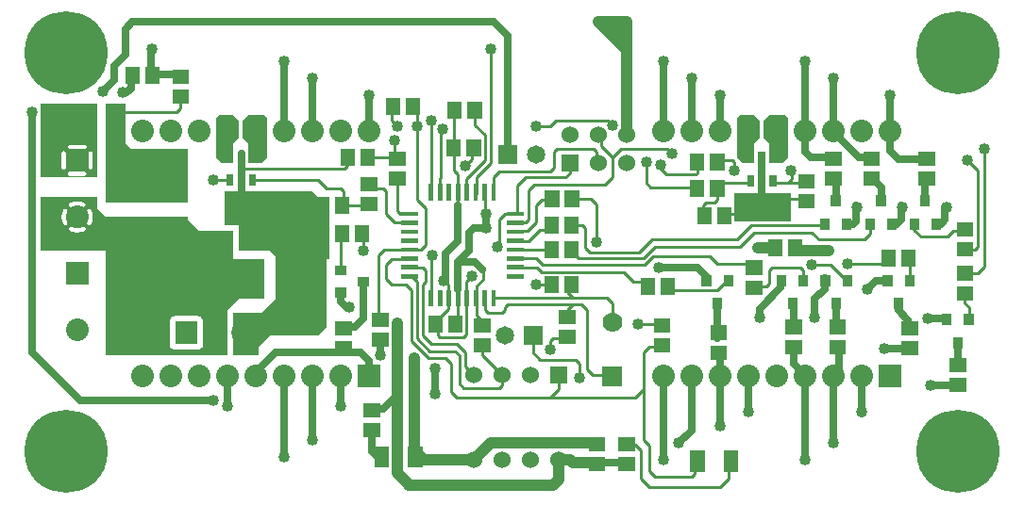
<source format=gbr>
G04 start of page 2 for group 0 idx 0 *
G04 Title: (unknown), component *
G04 Creator: pcb 20110918 *
G04 CreationDate: Tue 05 Feb 2013 03:16:39 AM GMT UTC *
G04 For: railfan *
G04 Format: Gerber/RS-274X *
G04 PCB-Dimensions: 350000 175000 *
G04 PCB-Coordinate-Origin: lower left *
%MOIN*%
%FSLAX25Y25*%
%LNTOP*%
%ADD33C,0.0380*%
%ADD32C,0.0430*%
%ADD31C,0.0280*%
%ADD30C,0.0450*%
%ADD29C,0.0480*%
%ADD28C,0.1285*%
%ADD27C,0.0200*%
%ADD26R,0.0157X0.0157*%
%ADD25R,0.0360X0.0360*%
%ADD24R,0.0630X0.0630*%
%ADD23R,0.0240X0.0240*%
%ADD22R,0.0340X0.0340*%
%ADD21R,0.0512X0.0512*%
%ADD20C,0.0650*%
%ADD19C,0.0600*%
%ADD18C,0.0700*%
%ADD17C,0.0787*%
%ADD16C,0.0800*%
%ADD15C,0.2937*%
%ADD14C,0.0400*%
%ADD13C,0.0100*%
%ADD12C,0.0250*%
%ADD11C,0.0001*%
G54D11*G36*
X260000Y119000D02*X256000D01*
X254000Y121000D01*
Y135000D01*
X255000Y136000D01*
X260000D01*
X262000Y134000D01*
Y128000D01*
X260000Y126000D01*
Y119000D01*
G37*
G36*
X265500D02*Y126000D01*
X263500Y128000D01*
Y134000D01*
X265500Y136000D01*
X271000D01*
X272000Y135000D01*
Y121000D01*
X270000Y119000D01*
X265500D01*
G37*
G36*
X261500Y123000D02*X264000D01*
Y107500D01*
X261500D01*
Y123000D01*
G37*
G36*
X253000Y108500D02*X273000D01*
Y103500D01*
X253000D01*
Y108500D01*
G37*
G36*
Y103500D02*X273000D01*
Y98500D01*
X253000D01*
Y103500D01*
G37*
G36*
Y106000D02*X273000D01*
Y101000D01*
X253000D01*
Y106000D01*
G37*
G36*
X25750Y140000D02*X28000D01*
Y114000D01*
X25750D01*
Y116748D01*
X25868Y116757D01*
X25982Y116785D01*
X26092Y116830D01*
X26192Y116891D01*
X26282Y116968D01*
X26359Y117058D01*
X26420Y117158D01*
X26465Y117268D01*
X26493Y117382D01*
X26500Y117500D01*
Y122500D01*
X26493Y122618D01*
X26465Y122732D01*
X26420Y122842D01*
X26359Y122942D01*
X26282Y123032D01*
X26192Y123109D01*
X26092Y123170D01*
X25982Y123215D01*
X25868Y123243D01*
X25750Y123252D01*
Y140000D01*
G37*
G36*
X22500D02*X25750D01*
Y123252D01*
X25632Y123243D01*
X25518Y123215D01*
X25408Y123170D01*
X25308Y123109D01*
X25218Y123032D01*
X25141Y122942D01*
X25080Y122842D01*
X25035Y122732D01*
X25007Y122618D01*
X25000Y122500D01*
Y117500D01*
X25007Y117382D01*
X25035Y117268D01*
X25080Y117158D01*
X25141Y117058D01*
X25218Y116968D01*
X25308Y116891D01*
X25408Y116830D01*
X25518Y116785D01*
X25632Y116757D01*
X25750Y116748D01*
Y114000D01*
X22500D01*
Y114500D01*
X23500D01*
X23618Y114507D01*
X23732Y114535D01*
X23842Y114580D01*
X23942Y114641D01*
X24032Y114718D01*
X24109Y114808D01*
X24170Y114908D01*
X24215Y115018D01*
X24243Y115132D01*
X24252Y115250D01*
X24243Y115368D01*
X24215Y115482D01*
X24170Y115592D01*
X24109Y115692D01*
X24032Y115782D01*
X23942Y115859D01*
X23842Y115920D01*
X23732Y115965D01*
X23618Y115993D01*
X23500Y116000D01*
X22500D01*
Y124000D01*
X23500D01*
X23618Y124007D01*
X23732Y124035D01*
X23842Y124080D01*
X23942Y124141D01*
X24032Y124218D01*
X24109Y124308D01*
X24170Y124408D01*
X24215Y124518D01*
X24243Y124632D01*
X24252Y124750D01*
X24243Y124868D01*
X24215Y124982D01*
X24170Y125092D01*
X24109Y125192D01*
X24032Y125282D01*
X23942Y125359D01*
X23842Y125420D01*
X23732Y125465D01*
X23618Y125493D01*
X23500Y125500D01*
X22500D01*
Y132604D01*
X24457Y132609D01*
X24610Y132646D01*
X24755Y132706D01*
X24890Y132788D01*
X25009Y132891D01*
X25112Y133010D01*
X25194Y133145D01*
X25254Y133290D01*
X25291Y133443D01*
X25300Y133600D01*
X25291Y138557D01*
X25254Y138710D01*
X25194Y138855D01*
X25112Y138990D01*
X25009Y139109D01*
X24890Y139212D01*
X24755Y139294D01*
X24610Y139354D01*
X24457Y139391D01*
X24300Y139400D01*
X22500Y139396D01*
Y140000D01*
G37*
G36*
X16250D02*X22500D01*
Y139396D01*
X20543Y139391D01*
X20390Y139354D01*
X20245Y139294D01*
X20110Y139212D01*
X19991Y139109D01*
X19888Y138990D01*
X19806Y138855D01*
X19746Y138710D01*
X19709Y138557D01*
X19700Y138400D01*
X19709Y133443D01*
X19746Y133290D01*
X19806Y133145D01*
X19888Y133010D01*
X19991Y132891D01*
X20110Y132788D01*
X20245Y132706D01*
X20390Y132646D01*
X20543Y132609D01*
X20700Y132600D01*
X22500Y132604D01*
Y125500D01*
X18500D01*
X18382Y125493D01*
X18268Y125465D01*
X18158Y125420D01*
X18058Y125359D01*
X17968Y125282D01*
X17891Y125192D01*
X17830Y125092D01*
X17785Y124982D01*
X17757Y124868D01*
X17748Y124750D01*
X17757Y124632D01*
X17785Y124518D01*
X17830Y124408D01*
X17891Y124308D01*
X17968Y124218D01*
X18058Y124141D01*
X18158Y124080D01*
X18268Y124035D01*
X18382Y124007D01*
X18500Y124000D01*
X22500D01*
Y116000D01*
X18500D01*
X18382Y115993D01*
X18268Y115965D01*
X18158Y115920D01*
X18058Y115859D01*
X17968Y115782D01*
X17891Y115692D01*
X17830Y115592D01*
X17785Y115482D01*
X17757Y115368D01*
X17748Y115250D01*
X17757Y115132D01*
X17785Y115018D01*
X17830Y114908D01*
X17891Y114808D01*
X17968Y114718D01*
X18058Y114641D01*
X18158Y114580D01*
X18268Y114535D01*
X18382Y114507D01*
X18500Y114500D01*
X22500D01*
Y114000D01*
X16250D01*
Y116748D01*
X16368Y116757D01*
X16482Y116785D01*
X16592Y116830D01*
X16692Y116891D01*
X16782Y116968D01*
X16859Y117058D01*
X16920Y117158D01*
X16965Y117268D01*
X16993Y117382D01*
X17000Y117500D01*
Y122500D01*
X16993Y122618D01*
X16965Y122732D01*
X16920Y122842D01*
X16859Y122942D01*
X16782Y123032D01*
X16692Y123109D01*
X16592Y123170D01*
X16482Y123215D01*
X16368Y123243D01*
X16250Y123252D01*
Y140000D01*
G37*
G36*
X8000D02*X16250D01*
Y123252D01*
X16132Y123243D01*
X16018Y123215D01*
X15908Y123170D01*
X15808Y123109D01*
X15718Y123032D01*
X15641Y122942D01*
X15580Y122842D01*
X15535Y122732D01*
X15507Y122618D01*
X15500Y122500D01*
Y117500D01*
X15507Y117382D01*
X15535Y117268D01*
X15580Y117158D01*
X15641Y117058D01*
X15718Y116968D01*
X15808Y116891D01*
X15908Y116830D01*
X16018Y116785D01*
X16132Y116757D01*
X16250Y116748D01*
Y114000D01*
X8000D01*
Y140000D01*
G37*
G36*
X17000D02*X28000D01*
Y128000D01*
X17000D01*
Y140000D01*
G37*
G36*
X32000Y124000D02*X60000D01*
Y105000D01*
X32000D01*
Y124000D01*
G37*
G36*
X35000Y126000D02*X38000D01*
X40000Y124000D01*
Y121000D01*
X37833D01*
X37681Y121366D01*
X37435Y121769D01*
X37128Y122128D01*
X36769Y122435D01*
X36366Y122681D01*
X35930Y122862D01*
X35471Y122972D01*
X35000Y123009D01*
Y126000D01*
G37*
G36*
X25493Y107000D02*X28000D01*
Y88000D01*
X25493D01*
Y97145D01*
X25578Y97181D01*
X25679Y97243D01*
X25769Y97319D01*
X25845Y97409D01*
X25905Y97511D01*
X26122Y97980D01*
X26289Y98469D01*
X26409Y98972D01*
X26482Y99484D01*
X26506Y100000D01*
X26482Y100516D01*
X26409Y101028D01*
X26289Y101531D01*
X26122Y102020D01*
X25910Y102492D01*
X25849Y102593D01*
X25772Y102684D01*
X25682Y102761D01*
X25580Y102823D01*
X25493Y102860D01*
Y107000D01*
G37*
G36*
X21002D02*X25493D01*
Y102860D01*
X25471Y102869D01*
X25355Y102897D01*
X25237Y102906D01*
X25119Y102897D01*
X25003Y102870D01*
X24893Y102824D01*
X24792Y102762D01*
X24702Y102686D01*
X24624Y102595D01*
X24562Y102494D01*
X24516Y102385D01*
X24489Y102269D01*
X24479Y102151D01*
X24488Y102032D01*
X24516Y101917D01*
X24563Y101808D01*
X24721Y101468D01*
X24842Y101112D01*
X24930Y100747D01*
X24982Y100375D01*
X25000Y100000D01*
X24982Y99625D01*
X24930Y99253D01*
X24842Y98888D01*
X24721Y98532D01*
X24567Y98190D01*
X24520Y98082D01*
X24493Y97967D01*
X24483Y97849D01*
X24493Y97732D01*
X24521Y97617D01*
X24566Y97508D01*
X24628Y97407D01*
X24705Y97318D01*
X24795Y97241D01*
X24895Y97180D01*
X25004Y97135D01*
X25119Y97107D01*
X25237Y97098D01*
X25355Y97108D01*
X25469Y97135D01*
X25493Y97145D01*
Y88000D01*
X21002D01*
Y94494D01*
X21516Y94518D01*
X22028Y94591D01*
X22531Y94711D01*
X23020Y94878D01*
X23492Y95090D01*
X23593Y95151D01*
X23684Y95228D01*
X23761Y95318D01*
X23823Y95420D01*
X23869Y95529D01*
X23897Y95645D01*
X23906Y95763D01*
X23897Y95881D01*
X23870Y95997D01*
X23824Y96107D01*
X23762Y96208D01*
X23686Y96298D01*
X23595Y96376D01*
X23494Y96438D01*
X23385Y96484D01*
X23269Y96511D01*
X23151Y96521D01*
X23032Y96512D01*
X22917Y96484D01*
X22808Y96437D01*
X22468Y96279D01*
X22112Y96158D01*
X21747Y96070D01*
X21375Y96018D01*
X21002Y96000D01*
Y104000D01*
X21375Y103982D01*
X21747Y103930D01*
X22112Y103842D01*
X22468Y103721D01*
X22810Y103567D01*
X22918Y103520D01*
X23033Y103493D01*
X23151Y103483D01*
X23268Y103493D01*
X23383Y103521D01*
X23492Y103566D01*
X23593Y103628D01*
X23682Y103705D01*
X23759Y103795D01*
X23820Y103895D01*
X23865Y104004D01*
X23893Y104119D01*
X23902Y104237D01*
X23892Y104355D01*
X23865Y104469D01*
X23819Y104578D01*
X23757Y104679D01*
X23681Y104769D01*
X23591Y104845D01*
X23489Y104905D01*
X23020Y105122D01*
X22531Y105289D01*
X22028Y105409D01*
X21516Y105482D01*
X21002Y105506D01*
Y107000D01*
G37*
G36*
X16507D02*X21002D01*
Y105506D01*
X21000Y105506D01*
X20484Y105482D01*
X19972Y105409D01*
X19469Y105289D01*
X18980Y105122D01*
X18508Y104910D01*
X18407Y104849D01*
X18316Y104772D01*
X18239Y104682D01*
X18177Y104580D01*
X18131Y104471D01*
X18103Y104355D01*
X18094Y104237D01*
X18103Y104119D01*
X18130Y104003D01*
X18176Y103893D01*
X18238Y103792D01*
X18314Y103702D01*
X18405Y103624D01*
X18506Y103562D01*
X18615Y103516D01*
X18731Y103489D01*
X18849Y103479D01*
X18968Y103488D01*
X19083Y103516D01*
X19192Y103563D01*
X19532Y103721D01*
X19888Y103842D01*
X20253Y103930D01*
X20625Y103982D01*
X21000Y104000D01*
X21002Y104000D01*
Y96000D01*
X21000Y96000D01*
X20625Y96018D01*
X20253Y96070D01*
X19888Y96158D01*
X19532Y96279D01*
X19190Y96433D01*
X19082Y96480D01*
X18967Y96507D01*
X18849Y96517D01*
X18732Y96507D01*
X18617Y96479D01*
X18508Y96434D01*
X18407Y96372D01*
X18318Y96295D01*
X18241Y96205D01*
X18180Y96105D01*
X18135Y95996D01*
X18107Y95881D01*
X18098Y95763D01*
X18108Y95645D01*
X18135Y95531D01*
X18181Y95422D01*
X18243Y95321D01*
X18319Y95231D01*
X18409Y95155D01*
X18511Y95095D01*
X18980Y94878D01*
X19469Y94711D01*
X19972Y94591D01*
X20484Y94518D01*
X21000Y94494D01*
X21002Y94494D01*
Y88000D01*
X16507D01*
Y97140D01*
X16529Y97131D01*
X16645Y97103D01*
X16763Y97094D01*
X16881Y97103D01*
X16997Y97130D01*
X17107Y97176D01*
X17208Y97238D01*
X17298Y97314D01*
X17376Y97405D01*
X17438Y97506D01*
X17484Y97615D01*
X17511Y97731D01*
X17521Y97849D01*
X17512Y97968D01*
X17484Y98083D01*
X17437Y98192D01*
X17279Y98532D01*
X17158Y98888D01*
X17070Y99253D01*
X17018Y99625D01*
X17000Y100000D01*
X17018Y100375D01*
X17070Y100747D01*
X17158Y101112D01*
X17279Y101468D01*
X17433Y101810D01*
X17480Y101918D01*
X17507Y102033D01*
X17517Y102151D01*
X17507Y102268D01*
X17479Y102383D01*
X17434Y102492D01*
X17372Y102593D01*
X17295Y102682D01*
X17205Y102759D01*
X17105Y102820D01*
X16996Y102865D01*
X16881Y102893D01*
X16763Y102902D01*
X16645Y102892D01*
X16531Y102865D01*
X16507Y102855D01*
Y107000D01*
G37*
G36*
X8000D02*X16507D01*
Y102855D01*
X16422Y102819D01*
X16321Y102757D01*
X16231Y102681D01*
X16155Y102591D01*
X16095Y102489D01*
X15878Y102020D01*
X15711Y101531D01*
X15591Y101028D01*
X15518Y100516D01*
X15494Y100000D01*
X15518Y99484D01*
X15591Y98972D01*
X15711Y98469D01*
X15878Y97980D01*
X16090Y97508D01*
X16151Y97407D01*
X16228Y97316D01*
X16318Y97239D01*
X16420Y97177D01*
X16507Y97140D01*
Y88000D01*
X8000D01*
Y107000D01*
G37*
G36*
X31000Y100000D02*Y95000D01*
X25493D01*
Y97145D01*
X25578Y97181D01*
X25679Y97243D01*
X25769Y97319D01*
X25845Y97409D01*
X25905Y97511D01*
X26122Y97980D01*
X26289Y98469D01*
X26409Y98972D01*
X26482Y99484D01*
X26506Y100000D01*
X26482Y100516D01*
X26409Y101028D01*
X26289Y101531D01*
X26122Y102020D01*
X25910Y102492D01*
X25849Y102593D01*
X25772Y102684D01*
X25682Y102761D01*
X25580Y102823D01*
X25493Y102860D01*
Y103000D01*
X28000D01*
X31000Y100000D01*
G37*
G36*
X25493Y95000D02*X24000D01*
Y103000D01*
X25493D01*
Y102860D01*
X25471Y102869D01*
X25355Y102897D01*
X25237Y102906D01*
X25119Y102897D01*
X25003Y102870D01*
X24893Y102824D01*
X24792Y102762D01*
X24702Y102686D01*
X24624Y102595D01*
X24562Y102494D01*
X24516Y102385D01*
X24489Y102269D01*
X24479Y102151D01*
X24488Y102032D01*
X24516Y101917D01*
X24563Y101808D01*
X24721Y101468D01*
X24842Y101112D01*
X24930Y100747D01*
X24982Y100375D01*
X25000Y100000D01*
X24982Y99625D01*
X24930Y99253D01*
X24842Y98888D01*
X24721Y98532D01*
X24567Y98190D01*
X24520Y98082D01*
X24493Y97967D01*
X24483Y97849D01*
X24493Y97732D01*
X24521Y97617D01*
X24566Y97508D01*
X24628Y97407D01*
X24705Y97318D01*
X24795Y97241D01*
X24895Y97180D01*
X25004Y97135D01*
X25119Y97107D01*
X25237Y97098D01*
X25355Y97108D01*
X25469Y97135D01*
X25493Y97145D01*
Y95000D01*
G37*
G36*
X31000Y140000D02*X38000D01*
Y105000D01*
X31000D01*
Y140000D01*
G37*
G36*
X21002Y100000D02*X25000D01*
X24982Y99625D01*
X24930Y99253D01*
X24842Y98888D01*
X24721Y98532D01*
X24567Y98190D01*
X24520Y98082D01*
X24493Y97967D01*
X24483Y97849D01*
X24493Y97732D01*
X24521Y97617D01*
X24566Y97508D01*
X24628Y97407D01*
X24705Y97318D01*
X24795Y97241D01*
X24895Y97180D01*
X25004Y97135D01*
X25119Y97107D01*
X25237Y97098D01*
X25355Y97108D01*
X25469Y97135D01*
X25578Y97181D01*
X25679Y97243D01*
X25769Y97319D01*
X25845Y97409D01*
X25905Y97511D01*
X26122Y97980D01*
X26289Y98469D01*
X26409Y98972D01*
X26482Y99484D01*
X26506Y100000D01*
X50451D01*
X50419Y99922D01*
X50364Y99692D01*
X50350Y99457D01*
X50362Y88000D01*
X21002D01*
Y94494D01*
X21516Y94518D01*
X22028Y94591D01*
X22531Y94711D01*
X23020Y94878D01*
X23492Y95090D01*
X23593Y95151D01*
X23684Y95228D01*
X23761Y95318D01*
X23823Y95420D01*
X23869Y95529D01*
X23897Y95645D01*
X23906Y95763D01*
X23897Y95881D01*
X23870Y95997D01*
X23824Y96107D01*
X23762Y96208D01*
X23686Y96298D01*
X23595Y96376D01*
X23494Y96438D01*
X23385Y96484D01*
X23269Y96511D01*
X23151Y96521D01*
X23032Y96512D01*
X22917Y96484D01*
X22808Y96437D01*
X22468Y96279D01*
X22112Y96158D01*
X21747Y96070D01*
X21375Y96018D01*
X21002Y96000D01*
Y100000D01*
G37*
G36*
X14000D02*X15494D01*
X15518Y99484D01*
X15591Y98972D01*
X15711Y98469D01*
X15878Y97980D01*
X16090Y97508D01*
X16151Y97407D01*
X16228Y97316D01*
X16318Y97239D01*
X16420Y97177D01*
X16529Y97131D01*
X16645Y97103D01*
X16763Y97094D01*
X16881Y97103D01*
X16997Y97130D01*
X17107Y97176D01*
X17208Y97238D01*
X17298Y97314D01*
X17376Y97405D01*
X17438Y97506D01*
X17484Y97615D01*
X17511Y97731D01*
X17521Y97849D01*
X17512Y97968D01*
X17484Y98083D01*
X17437Y98192D01*
X17279Y98532D01*
X17158Y98888D01*
X17070Y99253D01*
X17018Y99625D01*
X17000Y100000D01*
X21002D01*
Y96000D01*
X21000Y96000D01*
X20625Y96018D01*
X20253Y96070D01*
X19888Y96158D01*
X19532Y96279D01*
X19190Y96433D01*
X19082Y96480D01*
X18967Y96507D01*
X18849Y96517D01*
X18732Y96507D01*
X18617Y96479D01*
X18508Y96434D01*
X18407Y96372D01*
X18318Y96295D01*
X18241Y96205D01*
X18180Y96105D01*
X18135Y95996D01*
X18107Y95881D01*
X18098Y95763D01*
X18108Y95645D01*
X18135Y95531D01*
X18181Y95422D01*
X18243Y95321D01*
X18319Y95231D01*
X18409Y95155D01*
X18511Y95095D01*
X18980Y94878D01*
X19469Y94711D01*
X19972Y94591D01*
X20484Y94518D01*
X21000Y94494D01*
X21002Y94494D01*
Y88000D01*
X14000D01*
Y100000D01*
G37*
G36*
X31000D02*X60000D01*
Y65000D01*
X31000D01*
Y100000D01*
G37*
G36*
X59500Y84000D02*X71882D01*
X71529Y83972D01*
X71070Y83862D01*
X70634Y83681D01*
X70231Y83435D01*
X69872Y83128D01*
X69565Y82769D01*
X69319Y82366D01*
X69138Y81930D01*
X69028Y81471D01*
X68991Y81000D01*
X69028Y80529D01*
X69138Y80070D01*
X69319Y79634D01*
X69565Y79231D01*
X69872Y78872D01*
X70231Y78565D01*
X70634Y78319D01*
X71070Y78138D01*
X71529Y78028D01*
X71882Y78000D01*
X71529Y77972D01*
X71070Y77862D01*
X70634Y77681D01*
X70231Y77435D01*
X69872Y77128D01*
X69565Y76769D01*
X69319Y76366D01*
X69138Y75930D01*
X69028Y75471D01*
X68991Y75000D01*
X69028Y74529D01*
X69138Y74070D01*
X69319Y73634D01*
X69565Y73231D01*
X69872Y72872D01*
X70231Y72565D01*
X70634Y72319D01*
X71070Y72138D01*
X71529Y72028D01*
X72000Y71991D01*
X72471Y72028D01*
X72930Y72138D01*
X73366Y72319D01*
X73769Y72565D01*
X74000Y72763D01*
Y51000D01*
X59500D01*
Y53072D01*
X63751Y53082D01*
X64057Y53155D01*
X64348Y53275D01*
X64616Y53440D01*
X64856Y53644D01*
X65060Y53884D01*
X65225Y54152D01*
X65345Y54443D01*
X65418Y54749D01*
X65437Y55063D01*
X65418Y63251D01*
X65345Y63557D01*
X65225Y63848D01*
X65060Y64116D01*
X64856Y64356D01*
X64616Y64560D01*
X64348Y64725D01*
X64057Y64845D01*
X63751Y64918D01*
X63437Y64937D01*
X59500Y64928D01*
Y84000D01*
G37*
G36*
X31000D02*X59500D01*
Y64928D01*
X55249Y64918D01*
X54943Y64845D01*
X54652Y64725D01*
X54384Y64560D01*
X54144Y64356D01*
X53940Y64116D01*
X53775Y63848D01*
X53655Y63557D01*
X53582Y63251D01*
X53563Y62937D01*
X53582Y54749D01*
X53655Y54443D01*
X53775Y54152D01*
X53940Y53884D01*
X54144Y53644D01*
X54384Y53440D01*
X54652Y53275D01*
X54943Y53155D01*
X55249Y53082D01*
X55563Y53063D01*
X59500Y53072D01*
Y51000D01*
X31000D01*
Y84000D01*
G37*
G36*
X59637Y99000D02*X60000D01*
X64000Y95000D01*
Y92000D01*
X59644D01*
X59637Y99000D01*
G37*
G36*
X55000Y95000D02*X76000D01*
Y76000D01*
X55000D01*
Y95000D01*
G37*
G36*
X31000Y51000D02*Y66000D01*
X43000D01*
Y51000D01*
X31000D01*
G37*
G36*
X59000Y85000D02*X87000D01*
Y71000D01*
X59000D01*
Y85000D01*
G37*
G36*
X77000Y54000D02*X76000D01*
Y66000D01*
X86000D01*
X91000Y71000D01*
Y86000D01*
X89000Y88000D01*
X79000D01*
X78000Y89000D01*
Y97000D01*
X77000Y98000D01*
X73000D01*
Y109000D01*
X104000D01*
X109000Y104000D01*
Y61000D01*
X106000Y58000D01*
X89000D01*
X85000Y54000D01*
X77000D01*
G37*
G36*
X73000Y109000D02*X98000D01*
Y97000D01*
X73000D01*
Y109000D01*
G37*
G36*
X78000Y96000D02*X88000D01*
Y88000D01*
X78000D01*
Y96000D01*
G37*
G36*
X101000Y107000D02*X110000D01*
Y98000D01*
X101000D01*
Y107000D01*
G37*
G36*
X81500Y119000D02*Y126000D01*
X79500Y128000D01*
Y134000D01*
X81500Y136000D01*
X87000D01*
X88000Y135000D01*
Y121000D01*
X86000Y119000D01*
X81500D01*
G37*
G36*
X76000D02*X72000D01*
X70000Y121000D01*
Y135000D01*
X71000Y136000D01*
X76000D01*
X78000Y134000D01*
Y128000D01*
X76000Y126000D01*
Y119000D01*
G37*
G36*
X101000Y100000D02*X110000D01*
Y91000D01*
X101000D01*
Y100000D01*
G37*
G36*
Y94000D02*X110000D01*
Y85000D01*
X101000D01*
Y94000D01*
G37*
G36*
X74833Y74000D02*X75167D01*
X75319Y73634D01*
X75565Y73231D01*
X75872Y72872D01*
X76231Y72565D01*
X76634Y72319D01*
X77070Y72138D01*
X77529Y72028D01*
X78000Y71991D01*
Y71000D01*
X74000Y67000D01*
X71000D01*
Y72167D01*
X71070Y72138D01*
X71529Y72028D01*
X72000Y71991D01*
X72471Y72028D01*
X72930Y72138D01*
X73366Y72319D01*
X73769Y72565D01*
X74128Y72872D01*
X74435Y73231D01*
X74681Y73634D01*
X74833Y74000D01*
G37*
G36*
X92000Y58000D02*Y66500D01*
X109000D01*
Y61000D01*
X106000Y58000D01*
X92000D01*
G37*
G36*
X76000Y66000D02*X85000D01*
Y51000D01*
X76000D01*
Y66000D01*
G37*
G54D12*X94000Y44000D02*Y15000D01*
X104000Y44000D02*Y21000D01*
X84000Y44000D02*Y45000D01*
X91000Y52000D01*
X74000Y33000D02*Y44000D01*
X69000Y35000D02*X22000D01*
X114000Y44000D02*Y33000D01*
X91000Y52000D02*X121000D01*
X124000Y49000D01*
Y44000D01*
X115000Y61000D02*X119000D01*
X122000Y64000D01*
X124000Y32000D02*X129000D01*
X128000Y51000D02*Y57000D01*
X128500Y15000D02*X127000D01*
X125000Y17000D01*
Y24500D01*
X22000Y35000D02*X5000Y52000D01*
Y136500D01*
X37000Y144000D02*X38500D01*
X40000Y145500D01*
X30000Y144500D02*X34000Y148500D01*
Y153500D01*
X40000Y145500D02*Y150000D01*
X39500Y150500D01*
X47000D02*X58000D01*
X34000Y153500D02*X38000Y157500D01*
G54D13*X34500Y137000D02*X53000D01*
X51500D02*X56000D01*
X57500Y138500D01*
Y144000D01*
G54D12*X155500Y74500D02*Y84000D01*
G54D13*X150500Y77500D02*X152000Y76000D01*
Y70500D01*
X158500Y75500D02*Y77000D01*
X160500Y79000D01*
X155500Y75000D02*Y61500D01*
X152000Y69500D02*Y67500D01*
X148000Y63500D01*
X157500Y57500D02*X149000D01*
X148500Y58000D01*
Y61500D01*
G54D12*X155500Y84000D02*X161500D01*
X164000Y81500D01*
G54D13*X164500Y81000D02*X163500Y82000D01*
X146000Y70500D02*Y86000D01*
X146500Y86500D01*
X191000Y44000D02*Y40000D01*
X183000Y76000D02*X189000D01*
X183500Y82000D02*X185000Y80500D01*
X183000Y85500D02*X185500Y83000D01*
X182000Y58000D02*Y52000D01*
X184500Y49500D01*
X156000Y41000D02*X157500Y39500D01*
X145000Y50000D02*X151000D01*
X153000Y48000D02*Y38000D01*
X155000Y36000D01*
X153000Y43000D02*Y41000D01*
G54D12*X147500Y37000D02*Y46500D01*
G54D13*X145500Y52500D02*X154500D01*
X156000Y51000D01*
Y41000D01*
X151000Y50000D02*X153000Y48000D01*
X158000Y47000D02*Y52000D01*
X157500Y39500D02*X170000D01*
X155000Y36000D02*X188000D01*
X158000Y52000D02*X155000Y55000D01*
X164000Y54000D02*Y51000D01*
X155000Y55000D02*X146000D01*
X161000Y44000D02*X158000Y47000D01*
X164000Y51000D02*X171000Y44000D01*
G54D12*X151000Y77000D02*Y87000D01*
X155500Y84000D02*X159500Y88000D01*
Y94500D01*
X161000Y96000D01*
X165500D01*
G54D13*X162000Y70000D02*Y65000D01*
X158500Y69500D02*Y58500D01*
X157500Y57500D01*
X162000Y65000D02*X165000Y62000D01*
X158500Y70500D02*Y77000D01*
X162000Y69000D02*Y75500D01*
X164500Y78000D01*
Y81000D01*
G54D14*X140000Y50000D02*Y17500D01*
G54D13*X139000Y74000D02*X137000Y76000D01*
X132000D01*
X130000Y78000D01*
X143000Y76000D02*X144000Y77000D01*
Y81000D01*
X143000Y82000D01*
X141000Y77000D02*Y57000D01*
X143000Y58000D02*Y76000D01*
X141000Y57000D02*X145500Y52500D01*
X139000Y74000D02*Y56000D01*
X145000Y50000D01*
X146000Y55000D02*X143000Y58000D01*
G54D14*X134000Y9500D02*Y62500D01*
G54D12*X129000Y32000D02*X134000Y37000D01*
G54D14*X138000Y5000D02*X189000D01*
X138500D02*X134000Y9500D01*
X189000Y5000D02*X191000Y7000D01*
Y14000D01*
X140000Y17500D02*X143500Y14000D01*
X161500D01*
X167000Y20000D02*X161000Y14000D01*
G54D13*X130000Y78000D02*Y83000D01*
X132000Y85000D01*
X139000D01*
X141000Y77000D02*X139000Y79000D01*
X136000D01*
X143000Y82000D02*X138000D01*
G54D12*X122000Y64000D02*Y77000D01*
X114000Y73000D02*Y70000D01*
X116000Y68000D01*
X117000D01*
G54D13*X127500Y86500D02*Y63500D01*
X199000Y69000D02*X201000Y67000D01*
X210000Y69500D02*Y63500D01*
X221000Y52000D02*X223000Y54000D01*
X226000D01*
X219000Y62000D02*X227000D01*
X170000Y39500D02*X171000Y40500D01*
X191000Y39500D02*Y41500D01*
X188000Y36000D02*X191000Y39000D01*
Y41000D01*
X186000Y36000D02*X218000D01*
X221000Y39000D01*
X171000Y40500D02*Y44500D01*
G54D14*X191000Y14000D02*X195000D01*
X196000Y13000D01*
X204000D01*
X205000Y20000D02*X167000D01*
G54D12*X204000Y13000D02*X215000D01*
G54D13*Y19500D02*X218000D01*
X221000Y41000D02*Y21000D01*
X223000Y19000D01*
X218000Y19500D02*X220000Y17500D01*
Y7500D01*
X223000Y4500D01*
X222500Y19500D02*X223000Y19000D01*
Y12500D01*
Y13000D02*Y10000D01*
X225000Y8000D01*
X201000Y67000D02*Y46000D01*
X188000Y56000D02*X189000Y57000D01*
X195000D01*
X203000Y44000D02*X210000D01*
X221000Y39000D02*Y52000D01*
X201000Y46000D02*X203000Y44000D01*
X188000Y54000D02*Y56000D01*
X184500Y49500D02*X197000D01*
X198500Y48000D01*
Y42500D01*
X189500Y123000D02*X190500Y124000D01*
X203500D01*
X182500Y111500D02*X207500D01*
X210000Y114000D02*X208000Y112000D01*
X189500Y117500D02*Y123000D01*
X183000Y132000D02*X188000D01*
X190000Y134000D01*
X165000Y120000D02*Y129000D01*
G54D12*X173000Y122000D02*Y164000D01*
X168000Y169000D02*X173000Y164000D01*
G54D13*X203500Y124000D02*X204500Y123000D01*
Y118500D01*
X207500Y111500D02*X209500Y113500D01*
X207000Y124000D02*X206000Y125000D01*
X210000Y121000D01*
Y114000D01*
X206000Y125000D02*Y129000D01*
X190000Y134000D02*X208500D01*
X210000Y132500D01*
G54D14*X205000Y169000D02*X215000D01*
Y164000D02*X210000Y169000D01*
X205000D02*X215000Y159000D01*
Y169000D02*Y129000D01*
Y164000D01*
G54D13*X210000Y121000D02*X213000Y124000D01*
X212500Y123500D02*X213000Y124000D01*
G54D12*X238000Y130000D02*Y149000D01*
X228000Y130000D02*Y155000D01*
X215000Y129000D02*Y128500D01*
G54D13*X213000Y124000D02*X229500D01*
G54D12*X248000Y130000D02*Y143000D01*
G54D13*X229000Y110500D02*X241500D01*
X279500Y107500D02*X278500Y106500D01*
X268500D01*
X266500Y112000D02*X279500D01*
X223500Y110500D02*X222000Y112000D01*
X247000Y120000D02*X252500D01*
X253000Y119500D01*
Y116500D01*
X246500Y112000D02*X259500D01*
X222000D02*Y120000D01*
X227000Y118500D02*Y117000D01*
X229000Y115000D01*
X229500Y124000D02*X231000Y122500D01*
X229000Y115000D02*X239500D01*
X240000Y115500D01*
Y118500D01*
G54D12*X113000Y129000D02*Y130000D01*
X64000D02*Y132000D01*
X104000Y130000D02*Y149000D01*
X94000Y130000D02*Y155000D01*
X124000Y131000D02*Y143000D01*
G54D13*X134000Y132000D02*X132000Y134000D01*
Y138000D01*
G54D12*X47000Y150500D02*Y159000D01*
X47500Y159500D01*
X40500Y169000D02*X168000D01*
X38000Y157500D02*Y166500D01*
X40500Y169000D01*
G54D13*X132000Y99000D02*X133000Y98000D01*
X115000Y104000D02*X125000D01*
X130000Y101000D02*X133000Y98000D01*
X115000Y109000D02*Y104000D01*
X149500Y114000D02*X149000Y113500D01*
X106000Y113000D02*X109000Y110000D01*
X114000D01*
X115000Y109000D01*
X124000Y110000D02*X129000D01*
X130000Y109000D01*
Y101000D01*
X138000D02*X135000D01*
X134000Y102000D02*Y115000D01*
X133000Y127000D02*Y121000D01*
X123000D01*
X115500Y117000D02*X116500Y118000D01*
Y121000D01*
X83000Y113000D02*X93000D01*
X92000D02*X106000D01*
X69000D02*X75000D01*
G54D12*X79000Y122500D02*Y103500D01*
G54D13*X78500Y117000D02*X115500D01*
X133000Y98000D02*X139000D01*
X135000Y101000D02*X134000Y102000D01*
G54D12*X151000Y87000D02*X155500Y91500D01*
G54D13*X144000Y103000D02*Y90000D01*
X143000Y89000D01*
X144000Y90000D02*X142500Y88500D01*
X136000D01*
X114000Y81000D02*Y95000D01*
X122000D02*Y88000D01*
X138500Y88500D02*X129500D01*
X127500Y86500D01*
G54D12*X155500Y91500D02*Y104000D01*
G54D13*X168000Y107500D02*Y114000D01*
X170000Y116000D01*
X155500Y102500D02*Y115000D01*
X158500Y108500D02*Y113500D01*
X162000Y108000D02*Y114000D01*
X167000Y119000D01*
X165000Y110000D02*Y101000D01*
X149500Y130500D02*Y114000D01*
X146000Y134000D02*Y107500D01*
X141000Y106000D02*Y140000D01*
X149000Y113500D02*Y107500D01*
X141000Y106000D02*X144000Y103000D01*
X155500Y115000D02*X154000Y116500D01*
Y138000D01*
X158500Y118500D02*X160500Y120500D01*
X158500Y113500D02*X165000Y120000D01*
X160500Y120500D02*Y124000D01*
X165000Y129000D02*X161500Y132500D01*
Y139000D01*
X167000Y119000D02*Y159000D01*
X176500Y101000D02*Y111000D01*
X179500Y114000D01*
X170000Y116000D02*X188000D01*
X183000Y104000D02*X185000Y106000D01*
X190000D01*
X179500Y114000D02*X193500D01*
X195000Y115500D01*
Y119500D01*
X188000Y116000D02*X189500Y117500D01*
X175000Y95000D02*X180000D01*
X173500Y91500D02*X180500D01*
X184500Y95500D01*
X180000Y95000D02*X183000Y98000D01*
Y104000D01*
X184500Y95500D02*X189500D01*
X173500Y88500D02*X189500D01*
X174000Y82000D02*X183500D01*
X173500Y85500D02*X183000D01*
G54D12*X288000Y149000D02*Y130000D01*
X308000D02*Y143000D01*
X288000Y130000D02*X297000Y121000D01*
X308000Y143000D02*Y123500D01*
G54D13*X272000Y112000D02*X273500Y113500D01*
G54D12*X280000Y121000D02*X289000D01*
Y105000D02*Y114000D01*
G54D13*X273000Y112000D02*X266500D01*
X271000D02*X272000D01*
X273500Y113500D02*Y116500D01*
G54D12*X278000Y155000D02*Y123000D01*
X280000Y121000D01*
X297000D02*X300000D01*
G54D13*X335500Y120000D02*X339000Y116500D01*
G54D12*X308000Y123500D02*X311000Y120500D01*
X322000D01*
X320500Y105000D02*Y114000D01*
X305000Y105000D02*Y110500D01*
X302500Y113000D01*
G54D13*X339000Y116500D02*Y89500D01*
X338000Y88500D01*
X341500Y82500D02*Y124000D01*
X338000Y88500D02*X334000D01*
X330500Y95000D02*X335500D01*
X334500Y80000D02*X339000D01*
X341500Y82500D01*
X174000Y98000D02*X179500D01*
X180500Y99000D01*
Y109500D01*
X182500Y111500D01*
X170000Y89000D02*Y99000D01*
X172000Y101000D01*
X176000D01*
G54D12*X165500Y96000D02*Y101000D01*
G54D13*X165000Y70000D02*Y67000D01*
X166000Y66000D01*
X171000D01*
X172000Y67000D01*
Y68000D01*
X173000Y69000D01*
X230000Y110500D02*X223500D01*
X221000Y85500D02*X225000Y89500D01*
X223500Y91500D02*X219500Y87500D01*
X202000D01*
X224000Y92000D02*X222000Y90000D01*
X223500Y88000D02*X225000Y89500D01*
X222000Y86500D02*X221000Y85500D01*
X202000Y87500D02*X200500Y89000D01*
Y96000D01*
X199500Y97000D01*
X195500D01*
X198000Y85500D02*X195500Y88000D01*
X204500Y91000D02*Y104500D01*
X202500Y106500D01*
X195000D01*
X173000Y69000D02*X199000D01*
X208000Y71500D02*X168000D01*
X208000D02*X210000Y69500D01*
X185000Y80500D02*X209000D01*
X185500Y83000D02*X201000D01*
X199500D02*X221500D01*
X221000Y85500D02*X198000D01*
X208500Y80500D02*X214000D01*
X217500Y77000D01*
X222500D01*
X221500Y83000D02*X224500Y86000D01*
X194000Y65000D02*Y67000D01*
X196000Y69000D01*
X194000Y76000D02*Y74000D01*
X196000Y71500D02*X200000D01*
X194000Y73500D02*X196000Y71500D01*
G54D12*X228000Y15000D02*Y44000D01*
G54D13*X223000Y4500D02*X248000D01*
X251000Y7500D01*
Y11500D01*
X225000Y8000D02*X238000D01*
X239000Y9000D01*
Y13500D01*
G54D12*X233500Y20000D02*X238000Y24500D01*
Y44500D01*
X248000Y27000D02*Y44000D01*
X278000D02*Y15000D01*
X288000Y44000D02*Y21000D01*
X248000Y52000D02*Y43000D01*
X258000Y43500D02*Y31000D01*
X274000Y48000D02*X278000Y44000D01*
X298000Y43500D02*Y30500D01*
X247000Y57000D02*Y69000D01*
G54D13*X251000Y77000D02*X250000D01*
X247000Y74000D01*
X231000D01*
X228000Y77000D01*
G54D12*X243000Y79000D02*Y77000D01*
G54D13*X265500Y76500D02*X264500Y75500D01*
X260500D01*
X284000Y97000D02*X259000D01*
X260000Y94500D02*X280500D01*
X283000Y92000D01*
G54D12*X295000Y97500D02*X296000Y98500D01*
Y104000D01*
X292500Y97500D02*X295000D01*
G54D13*X283000Y92000D02*X299000D01*
X301000Y94000D01*
Y97500D01*
G54D14*X261500Y89000D02*X267500D01*
X286500Y88000D02*X276000D01*
G54D12*X226500Y82000D02*X240000D01*
G54D13*X247000Y83500D02*X261500D01*
G54D12*X240000Y82000D02*X243000Y79000D01*
G54D13*X244500Y86000D02*X247000Y83500D01*
X224500Y86000D02*X242500D01*
X241500D02*X244500D01*
X242000Y101000D02*Y104000D01*
X243000Y105000D01*
X246000D01*
X247000Y106000D01*
Y109000D01*
X249000Y101000D02*X259000D01*
Y97000D02*X254000Y92000D01*
X255000Y89500D02*X260000Y94500D01*
X254000Y92000D02*X224000D01*
X225000Y89500D02*X255000D01*
G54D12*X309000Y97500D02*X310500D01*
X312000Y99000D01*
Y104000D01*
X324000Y97500D02*X326000D01*
X327500Y99000D01*
Y103500D01*
G54D13*X316500Y97500D02*Y95500D01*
X319000Y93000D01*
X328500D01*
X330500Y95000D01*
G54D12*X332000Y46500D02*Y55500D01*
G54D13*X334500Y72500D02*Y69500D01*
X336000Y68000D01*
Y63500D01*
X336500Y63000D01*
G54D12*X321500Y64000D02*X328500D01*
X307500Y77500D02*X303000D01*
G54D13*X315000Y76500D02*Y86000D01*
G54D12*X311000Y70000D02*Y67000D01*
X314500Y63500D01*
Y60000D01*
X306000Y53500D02*X316000D01*
X322500Y40500D02*X333000D01*
X274000Y54000D02*Y48000D01*
Y60000D02*Y70000D01*
X288000Y44000D02*X290000Y46000D01*
Y54000D01*
G54D13*X266500Y82000D02*X276500D01*
X277500Y81000D01*
Y78000D01*
X268000Y82000D02*X266500D01*
X265500Y81000D01*
Y76500D01*
G54D12*X289000Y70000D02*Y61000D01*
X285000Y78500D02*Y74500D01*
X281500Y71000D01*
Y64500D01*
G54D13*X280500Y83000D02*X287000D01*
X293000Y77000D01*
G54D12*X303000Y77500D02*X300000Y74500D01*
G54D13*X293000Y83500D02*X308500D01*
G54D12*X269500Y77500D02*Y75000D01*
X262000Y67500D01*
Y64000D01*
G54D15*X17000Y17000D03*
Y158000D03*
G54D11*G36*
Y124000D02*Y116000D01*
X25000D01*
Y124000D01*
X17000D01*
G37*
G54D16*X21000Y100000D03*
G54D11*G36*
X17000Y84000D02*Y76000D01*
X25000D01*
Y84000D01*
X17000D01*
G37*
G54D16*X21000Y60000D03*
G54D17*X79500Y59000D03*
X69500D03*
G54D11*G36*
X55563Y62937D02*Y55063D01*
X63437D01*
Y62937D01*
X55563D01*
G37*
G54D16*X74000Y43700D03*
Y130300D03*
X64000D03*
X54000D03*
X44000D03*
X64000Y43700D03*
X54000D03*
X44000D03*
G54D15*X332000Y17000D03*
G54D11*G36*
X304000Y47700D02*Y39700D01*
X312000D01*
Y47700D01*
X304000D01*
G37*
G54D16*X298000Y43700D03*
X288000D03*
X278000D03*
X268000D03*
X258000D03*
G54D15*X332000Y158000D03*
G54D16*X308000Y130300D03*
X298000D03*
X288000D03*
X278000D03*
X268000D03*
X258000D03*
X248000Y43700D03*
X238000D03*
X228000D03*
G54D11*G36*
X206500Y46894D02*Y39894D01*
X213500D01*
Y46894D01*
X206500D01*
G37*
G54D18*X210000Y62606D03*
G54D11*G36*
X188000Y47000D02*Y41000D01*
X194000D01*
Y47000D01*
X188000D01*
G37*
G54D19*X181000Y44000D03*
X171000D03*
X161000D03*
G54D11*G36*
X178750Y61250D02*Y54750D01*
X185250D01*
Y61250D01*
X178750D01*
G37*
G54D20*X172000Y58000D03*
G54D19*X161000Y14000D03*
X171000D03*
X181000D03*
X191000D03*
G54D11*G36*
X120000Y47700D02*Y39700D01*
X128000D01*
Y47700D01*
X120000D01*
G37*
G54D16*X114000Y43700D03*
X104000D03*
X94000D03*
X84000D03*
X248000Y130300D03*
X238000D03*
X228000D03*
G54D19*X205000Y119000D03*
X215000D03*
X205000Y129000D03*
X215000D03*
G54D11*G36*
X169750Y125250D02*Y118750D01*
X176250D01*
Y125250D01*
X169750D01*
G37*
G54D20*X183000Y122000D03*
G54D11*G36*
X192000D02*Y116000D01*
X198000D01*
Y122000D01*
X192000D01*
G37*
G54D19*X195000Y129000D03*
G54D16*X124000Y130300D03*
X114000D03*
X104000D03*
X94000D03*
X84000D03*
G54D21*X114607Y60543D02*X115393D01*
X114607Y53457D02*X115393D01*
X124607Y24457D02*X125393D01*
X124607Y31543D02*X125393D01*
G54D22*X113700Y81000D02*X114300D01*
X113700Y73200D02*X114300D01*
X121900Y77100D02*X122500D01*
G54D21*X127607Y63543D02*X128393D01*
X127607Y56457D02*X128393D01*
G54D23*X78900Y122000D02*Y120400D01*
G54D24*X55000Y115992D02*Y109693D01*
Y96307D02*Y90008D01*
G54D21*X80543Y92393D02*Y91607D01*
X73457Y92393D02*Y91607D01*
G54D23*X75000Y122000D02*Y120400D01*
G54D25*X35400Y136600D02*Y135400D01*
X22500Y136600D02*Y135400D01*
G54D21*X40457Y150393D02*Y149607D01*
X47543Y150393D02*Y149607D01*
X57107Y149543D02*X57893D01*
X57107Y142457D02*X57893D01*
G54D23*X82800Y122000D02*Y120400D01*
G54D21*X123543Y121393D02*Y120607D01*
X116457Y121393D02*Y120607D01*
G54D23*X75000Y113800D02*Y112200D01*
X78900Y113800D02*Y112200D01*
X82800Y113800D02*Y112200D01*
G54D21*X107457Y104393D02*Y103607D01*
G54D26*X145977Y73434D02*Y69008D01*
X149126Y73434D02*Y69008D01*
X152276Y73434D02*Y69008D01*
X155425Y73434D02*Y69008D01*
X158575Y73434D02*Y69008D01*
X161725Y73434D02*Y69008D01*
G54D21*X114543Y104393D02*Y103607D01*
X121543Y94393D02*Y93607D01*
X114457Y94393D02*Y93607D01*
X123607Y104457D02*X124393D01*
X123607Y111543D02*X124393D01*
X133607Y113457D02*X134393D01*
G54D26*X136008Y101023D02*X140434D01*
X136008Y97874D02*X140434D01*
X136008Y94724D02*X140434D01*
X136008Y91575D02*X140434D01*
X136008Y88425D02*X140434D01*
X136008Y85275D02*X140434D01*
X136008Y82126D02*X140434D01*
X136008Y78976D02*X140434D01*
G54D21*X133607Y120543D02*X134393D01*
X161043Y124893D02*Y124107D01*
X153957Y124893D02*Y124107D01*
X161343Y138193D02*Y137407D01*
X154257Y138193D02*Y137407D01*
X139543Y139393D02*Y138607D01*
X132457Y139393D02*Y138607D01*
G54D26*X161724Y110992D02*Y106566D01*
X158575Y110992D02*Y106566D01*
X155425Y110992D02*Y106566D01*
X152275Y110992D02*Y106566D01*
X149126Y110992D02*Y106566D01*
X145976Y110992D02*Y106566D01*
G54D21*X273607Y61043D02*X274393D01*
X273607Y53957D02*X274393D01*
X289107Y61043D02*X289893D01*
X289107Y53957D02*X289893D01*
G54D22*X277500Y77800D02*Y77200D01*
X285200Y77800D02*Y77200D01*
X273600Y69600D02*Y69000D01*
X289100Y69600D02*Y69000D01*
X293000Y77800D02*Y77200D01*
X247100Y69600D02*Y69000D01*
G54D21*X267457Y89393D02*Y88607D01*
X274543Y89393D02*Y88607D01*
G54D23*X258900Y113500D02*Y111900D01*
X262800Y113500D02*Y111900D01*
X266700Y113500D02*Y111900D01*
X262800Y121700D02*Y120100D01*
X258900Y121700D02*Y120100D01*
G54D21*X247043Y110393D02*Y109607D01*
X249543Y100893D02*Y100107D01*
X239957Y110393D02*Y109607D01*
X242457Y100893D02*Y100107D01*
X247043Y119893D02*Y119107D01*
X239957Y119893D02*Y119107D01*
X278107Y105457D02*X278893D01*
G54D22*X288900Y106000D02*Y105400D01*
X304900Y106000D02*Y105400D01*
G54D21*X301107Y113457D02*X301893D01*
X301107Y120543D02*X301893D01*
G54D22*X285000Y97800D02*Y97200D01*
X292800Y97800D02*Y97200D01*
X301000Y97800D02*Y97200D01*
X308800Y97800D02*Y97200D01*
G54D21*X320607Y113457D02*X321393D01*
X320607Y120543D02*X321393D01*
G54D23*X266700Y121700D02*Y120100D01*
G54D21*X278107Y112543D02*X278893D01*
X287607Y113457D02*X288393D01*
X287607Y120543D02*X288393D01*
X314607Y60543D02*X315393D01*
X314607Y53457D02*X315393D01*
X331607Y47543D02*X332393D01*
G54D22*X335900Y63900D02*Y63300D01*
X328100Y63900D02*Y63300D01*
X332000Y55700D02*Y55100D01*
G54D21*X331607Y40457D02*X332393D01*
X334107Y88457D02*X334893D01*
X334107Y80043D02*X334893D01*
X334107Y72957D02*X334893D01*
X334107Y95543D02*X334893D01*
G54D22*X316600Y97700D02*Y97100D01*
X320500Y105900D02*Y105300D01*
X324400Y97700D02*Y97100D01*
X315000Y77800D02*Y77200D01*
X307200Y77800D02*Y77200D01*
X311100Y69600D02*Y69000D01*
G54D21*X307457Y85893D02*Y85107D01*
X314543Y85893D02*Y85107D01*
X193607Y64543D02*X194393D01*
X204107Y12457D02*X204893D01*
X204107Y19543D02*X204893D01*
X214607D02*X215393D01*
X214607Y12457D02*X215393D01*
X193607Y57457D02*X194393D01*
X163607Y54457D02*X164393D01*
X163607Y61543D02*X164393D01*
X154543Y62393D02*Y61607D01*
X147457Y62393D02*Y61607D01*
X240095Y14681D02*Y12319D01*
X140405Y16181D02*Y13819D01*
X128595Y16181D02*Y13819D01*
X251905Y14681D02*Y12319D01*
G54D26*X164874Y73434D02*Y69008D01*
X168024Y73434D02*Y69008D01*
G54D21*X188657Y106793D02*Y106007D01*
X195743Y106793D02*Y106007D01*
X188457Y97393D02*Y96607D01*
X195543Y97393D02*Y96607D01*
X188457Y88893D02*Y88107D01*
X195543Y88893D02*Y88107D01*
Y76393D02*Y75607D01*
X188457Y76393D02*Y75607D01*
G54D22*X269700Y77800D02*Y77200D01*
G54D21*X259607Y82043D02*X260393D01*
X259607Y74957D02*X260393D01*
G54D22*X251000Y77800D02*Y77200D01*
G54D21*X247107Y59043D02*X247893D01*
X247107Y51957D02*X247893D01*
X227107Y61543D02*X227893D01*
X227107Y54457D02*X227893D01*
X222457Y75893D02*Y75107D01*
X229543Y75893D02*Y75107D01*
G54D22*X243200Y77800D02*Y77200D01*
G54D26*X173566Y78977D02*X177992D01*
X173566Y82126D02*X177992D01*
X173566Y85276D02*X177992D01*
X173566Y88425D02*X177992D01*
X173566Y91575D02*X177992D01*
X173566Y94725D02*X177992D01*
X173566Y97874D02*X177992D01*
X173566Y101024D02*X177992D01*
X168023Y110992D02*Y106566D01*
X164874Y110992D02*Y106566D01*
G54D14*X215000Y169000D03*
X238000Y149000D03*
X248000Y143000D03*
X210000Y169000D03*
Y132500D03*
X205000Y169000D03*
X226500Y82000D03*
X204500Y91000D03*
X222000Y119500D03*
X219000Y62000D03*
X227000Y118500D03*
X231000Y122500D03*
X228000Y14000D03*
Y155000D03*
X233500Y20000D03*
X248000Y26000D03*
X270500Y106000D03*
X255500D03*
X263000D03*
X270500Y101500D03*
X255500D03*
X263000D03*
X253000Y116500D03*
X273000D03*
X262000Y64500D03*
X258000Y31000D03*
X281500Y64500D03*
X278000Y14000D03*
X288000Y20000D03*
X298000Y31000D03*
X280500Y83000D03*
X286500Y88000D03*
X261500Y89000D03*
X308000Y143000D03*
X288000Y149000D03*
X278000Y155000D03*
X296500Y103500D03*
X293000Y83500D03*
X300000Y74500D03*
X306000Y53500D03*
X312500Y103500D03*
X328000D03*
X321500Y64000D03*
X322500Y40500D03*
X341500Y124000D03*
X335500Y120000D03*
X35000D03*
X30000Y144500D03*
X37000Y144000D03*
X35000Y109000D03*
X45000Y120000D03*
X47500Y159500D03*
X94000Y155000D03*
X104000Y149000D03*
X45000Y109000D03*
X40000Y114000D03*
X69000Y113000D03*
X5000Y137000D03*
X90500Y106500D03*
X75500D03*
X83000D03*
X90500Y101500D03*
X83000D03*
X75500D03*
X84000Y81000D03*
X78000D03*
Y75000D03*
X72000D03*
Y81000D03*
X74000Y33000D03*
X69000Y35000D03*
X84000Y75000D03*
X150500Y77500D03*
X95000Y61500D03*
X100500D03*
X105500D03*
X117000Y68000D03*
X165500Y101000D03*
Y96000D03*
X169500Y89500D03*
X160500Y79000D03*
X183000Y76000D03*
X188000Y53000D03*
X198500Y43000D03*
X140000Y50000D03*
X134000Y62000D03*
Y57000D03*
X128000Y51000D03*
X140000Y45500D03*
X147500Y46500D03*
Y37500D03*
X114000Y33000D03*
X104000Y21000D03*
X94000Y15000D03*
X122000Y88000D03*
X146500Y86500D03*
X146000Y134000D03*
X141000Y132000D03*
X133000Y127000D03*
X158000Y118000D03*
X150000Y131000D03*
X134000Y132000D03*
X167000Y159500D03*
X183000Y132000D03*
X124000Y143000D03*
G54D27*G54D28*G54D29*G54D30*G54D29*G54D28*G54D29*G54D28*G54D29*G54D27*G54D31*G54D32*G54D31*G54D29*G54D33*G54D32*G54D33*G54D29*M02*

</source>
